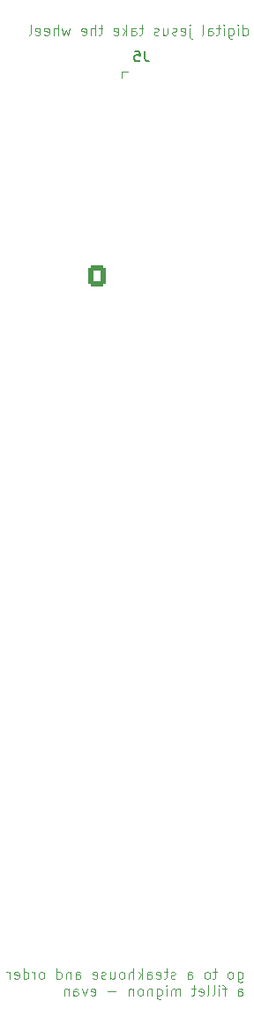
<source format=gbo>
G04 #@! TF.GenerationSoftware,KiCad,Pcbnew,9.0.0*
G04 #@! TF.CreationDate,2025-03-18T22:32:34-07:00*
G04 #@! TF.ProjectId,steering wheel v4,73746565-7269-46e6-9720-776865656c20,B*
G04 #@! TF.SameCoordinates,Original*
G04 #@! TF.FileFunction,Legend,Bot*
G04 #@! TF.FilePolarity,Positive*
%FSLAX46Y46*%
G04 Gerber Fmt 4.6, Leading zero omitted, Abs format (unit mm)*
G04 Created by KiCad (PCBNEW 9.0.0) date 2025-03-18 22:32:34*
%MOMM*%
%LPD*%
G01*
G04 APERTURE LIST*
G04 Aperture macros list*
%AMRoundRect*
0 Rectangle with rounded corners*
0 $1 Rounding radius*
0 $2 $3 $4 $5 $6 $7 $8 $9 X,Y pos of 4 corners*
0 Add a 4 corners polygon primitive as box body*
4,1,4,$2,$3,$4,$5,$6,$7,$8,$9,$2,$3,0*
0 Add four circle primitives for the rounded corners*
1,1,$1+$1,$2,$3*
1,1,$1+$1,$4,$5*
1,1,$1+$1,$6,$7*
1,1,$1+$1,$8,$9*
0 Add four rect primitives between the rounded corners*
20,1,$1+$1,$2,$3,$4,$5,0*
20,1,$1+$1,$4,$5,$6,$7,0*
20,1,$1+$1,$6,$7,$8,$9,0*
20,1,$1+$1,$8,$9,$2,$3,0*%
G04 Aperture macros list end*
%ADD10C,0.100000*%
%ADD11C,0.150000*%
%ADD12C,0.120000*%
%ADD13C,3.200000*%
%ADD14R,1.700000X1.700000*%
%ADD15O,1.700000X1.700000*%
%ADD16O,1.200000X1.900000*%
%ADD17C,1.450000*%
%ADD18C,1.100000*%
%ADD19R,0.800000X3.000000*%
%ADD20RoundRect,0.250000X-0.600000X-0.725000X0.600000X-0.725000X0.600000X0.725000X-0.600000X0.725000X0*%
%ADD21O,1.700000X1.950000*%
%ADD22RoundRect,0.250000X-0.750000X0.600000X-0.750000X-0.600000X0.750000X-0.600000X0.750000X0.600000X0*%
%ADD23O,2.000000X1.700000*%
%ADD24C,0.990600*%
%ADD25RoundRect,0.250000X0.750000X-0.600000X0.750000X0.600000X-0.750000X0.600000X-0.750000X-0.600000X0*%
%ADD26C,0.787400*%
G04 APERTURE END LIST*
D10*
X160767544Y-33872419D02*
X160767544Y-32872419D01*
X160767544Y-33824800D02*
X160862782Y-33872419D01*
X160862782Y-33872419D02*
X161053258Y-33872419D01*
X161053258Y-33872419D02*
X161148496Y-33824800D01*
X161148496Y-33824800D02*
X161196115Y-33777180D01*
X161196115Y-33777180D02*
X161243734Y-33681942D01*
X161243734Y-33681942D02*
X161243734Y-33396228D01*
X161243734Y-33396228D02*
X161196115Y-33300990D01*
X161196115Y-33300990D02*
X161148496Y-33253371D01*
X161148496Y-33253371D02*
X161053258Y-33205752D01*
X161053258Y-33205752D02*
X160862782Y-33205752D01*
X160862782Y-33205752D02*
X160767544Y-33253371D01*
X160291353Y-33872419D02*
X160291353Y-33205752D01*
X160291353Y-32872419D02*
X160338972Y-32920038D01*
X160338972Y-32920038D02*
X160291353Y-32967657D01*
X160291353Y-32967657D02*
X160243734Y-32920038D01*
X160243734Y-32920038D02*
X160291353Y-32872419D01*
X160291353Y-32872419D02*
X160291353Y-32967657D01*
X159386592Y-33205752D02*
X159386592Y-34015276D01*
X159386592Y-34015276D02*
X159434211Y-34110514D01*
X159434211Y-34110514D02*
X159481830Y-34158133D01*
X159481830Y-34158133D02*
X159577068Y-34205752D01*
X159577068Y-34205752D02*
X159719925Y-34205752D01*
X159719925Y-34205752D02*
X159815163Y-34158133D01*
X159386592Y-33824800D02*
X159481830Y-33872419D01*
X159481830Y-33872419D02*
X159672306Y-33872419D01*
X159672306Y-33872419D02*
X159767544Y-33824800D01*
X159767544Y-33824800D02*
X159815163Y-33777180D01*
X159815163Y-33777180D02*
X159862782Y-33681942D01*
X159862782Y-33681942D02*
X159862782Y-33396228D01*
X159862782Y-33396228D02*
X159815163Y-33300990D01*
X159815163Y-33300990D02*
X159767544Y-33253371D01*
X159767544Y-33253371D02*
X159672306Y-33205752D01*
X159672306Y-33205752D02*
X159481830Y-33205752D01*
X159481830Y-33205752D02*
X159386592Y-33253371D01*
X158910401Y-33872419D02*
X158910401Y-33205752D01*
X158910401Y-32872419D02*
X158958020Y-32920038D01*
X158958020Y-32920038D02*
X158910401Y-32967657D01*
X158910401Y-32967657D02*
X158862782Y-32920038D01*
X158862782Y-32920038D02*
X158910401Y-32872419D01*
X158910401Y-32872419D02*
X158910401Y-32967657D01*
X158577068Y-33205752D02*
X158196116Y-33205752D01*
X158434211Y-32872419D02*
X158434211Y-33729561D01*
X158434211Y-33729561D02*
X158386592Y-33824800D01*
X158386592Y-33824800D02*
X158291354Y-33872419D01*
X158291354Y-33872419D02*
X158196116Y-33872419D01*
X157434211Y-33872419D02*
X157434211Y-33348609D01*
X157434211Y-33348609D02*
X157481830Y-33253371D01*
X157481830Y-33253371D02*
X157577068Y-33205752D01*
X157577068Y-33205752D02*
X157767544Y-33205752D01*
X157767544Y-33205752D02*
X157862782Y-33253371D01*
X157434211Y-33824800D02*
X157529449Y-33872419D01*
X157529449Y-33872419D02*
X157767544Y-33872419D01*
X157767544Y-33872419D02*
X157862782Y-33824800D01*
X157862782Y-33824800D02*
X157910401Y-33729561D01*
X157910401Y-33729561D02*
X157910401Y-33634323D01*
X157910401Y-33634323D02*
X157862782Y-33539085D01*
X157862782Y-33539085D02*
X157767544Y-33491466D01*
X157767544Y-33491466D02*
X157529449Y-33491466D01*
X157529449Y-33491466D02*
X157434211Y-33443847D01*
X156815163Y-33872419D02*
X156910401Y-33824800D01*
X156910401Y-33824800D02*
X156958020Y-33729561D01*
X156958020Y-33729561D02*
X156958020Y-32872419D01*
X155672305Y-33205752D02*
X155672305Y-34062895D01*
X155672305Y-34062895D02*
X155719924Y-34158133D01*
X155719924Y-34158133D02*
X155815162Y-34205752D01*
X155815162Y-34205752D02*
X155862781Y-34205752D01*
X155672305Y-32872419D02*
X155719924Y-32920038D01*
X155719924Y-32920038D02*
X155672305Y-32967657D01*
X155672305Y-32967657D02*
X155624686Y-32920038D01*
X155624686Y-32920038D02*
X155672305Y-32872419D01*
X155672305Y-32872419D02*
X155672305Y-32967657D01*
X154815163Y-33824800D02*
X154910401Y-33872419D01*
X154910401Y-33872419D02*
X155100877Y-33872419D01*
X155100877Y-33872419D02*
X155196115Y-33824800D01*
X155196115Y-33824800D02*
X155243734Y-33729561D01*
X155243734Y-33729561D02*
X155243734Y-33348609D01*
X155243734Y-33348609D02*
X155196115Y-33253371D01*
X155196115Y-33253371D02*
X155100877Y-33205752D01*
X155100877Y-33205752D02*
X154910401Y-33205752D01*
X154910401Y-33205752D02*
X154815163Y-33253371D01*
X154815163Y-33253371D02*
X154767544Y-33348609D01*
X154767544Y-33348609D02*
X154767544Y-33443847D01*
X154767544Y-33443847D02*
X155243734Y-33539085D01*
X154386591Y-33824800D02*
X154291353Y-33872419D01*
X154291353Y-33872419D02*
X154100877Y-33872419D01*
X154100877Y-33872419D02*
X154005639Y-33824800D01*
X154005639Y-33824800D02*
X153958020Y-33729561D01*
X153958020Y-33729561D02*
X153958020Y-33681942D01*
X153958020Y-33681942D02*
X154005639Y-33586704D01*
X154005639Y-33586704D02*
X154100877Y-33539085D01*
X154100877Y-33539085D02*
X154243734Y-33539085D01*
X154243734Y-33539085D02*
X154338972Y-33491466D01*
X154338972Y-33491466D02*
X154386591Y-33396228D01*
X154386591Y-33396228D02*
X154386591Y-33348609D01*
X154386591Y-33348609D02*
X154338972Y-33253371D01*
X154338972Y-33253371D02*
X154243734Y-33205752D01*
X154243734Y-33205752D02*
X154100877Y-33205752D01*
X154100877Y-33205752D02*
X154005639Y-33253371D01*
X153100877Y-33205752D02*
X153100877Y-33872419D01*
X153529448Y-33205752D02*
X153529448Y-33729561D01*
X153529448Y-33729561D02*
X153481829Y-33824800D01*
X153481829Y-33824800D02*
X153386591Y-33872419D01*
X153386591Y-33872419D02*
X153243734Y-33872419D01*
X153243734Y-33872419D02*
X153148496Y-33824800D01*
X153148496Y-33824800D02*
X153100877Y-33777180D01*
X152672305Y-33824800D02*
X152577067Y-33872419D01*
X152577067Y-33872419D02*
X152386591Y-33872419D01*
X152386591Y-33872419D02*
X152291353Y-33824800D01*
X152291353Y-33824800D02*
X152243734Y-33729561D01*
X152243734Y-33729561D02*
X152243734Y-33681942D01*
X152243734Y-33681942D02*
X152291353Y-33586704D01*
X152291353Y-33586704D02*
X152386591Y-33539085D01*
X152386591Y-33539085D02*
X152529448Y-33539085D01*
X152529448Y-33539085D02*
X152624686Y-33491466D01*
X152624686Y-33491466D02*
X152672305Y-33396228D01*
X152672305Y-33396228D02*
X152672305Y-33348609D01*
X152672305Y-33348609D02*
X152624686Y-33253371D01*
X152624686Y-33253371D02*
X152529448Y-33205752D01*
X152529448Y-33205752D02*
X152386591Y-33205752D01*
X152386591Y-33205752D02*
X152291353Y-33253371D01*
X151196114Y-33205752D02*
X150815162Y-33205752D01*
X151053257Y-32872419D02*
X151053257Y-33729561D01*
X151053257Y-33729561D02*
X151005638Y-33824800D01*
X151005638Y-33824800D02*
X150910400Y-33872419D01*
X150910400Y-33872419D02*
X150815162Y-33872419D01*
X150053257Y-33872419D02*
X150053257Y-33348609D01*
X150053257Y-33348609D02*
X150100876Y-33253371D01*
X150100876Y-33253371D02*
X150196114Y-33205752D01*
X150196114Y-33205752D02*
X150386590Y-33205752D01*
X150386590Y-33205752D02*
X150481828Y-33253371D01*
X150053257Y-33824800D02*
X150148495Y-33872419D01*
X150148495Y-33872419D02*
X150386590Y-33872419D01*
X150386590Y-33872419D02*
X150481828Y-33824800D01*
X150481828Y-33824800D02*
X150529447Y-33729561D01*
X150529447Y-33729561D02*
X150529447Y-33634323D01*
X150529447Y-33634323D02*
X150481828Y-33539085D01*
X150481828Y-33539085D02*
X150386590Y-33491466D01*
X150386590Y-33491466D02*
X150148495Y-33491466D01*
X150148495Y-33491466D02*
X150053257Y-33443847D01*
X149577066Y-33872419D02*
X149577066Y-32872419D01*
X149481828Y-33491466D02*
X149196114Y-33872419D01*
X149196114Y-33205752D02*
X149577066Y-33586704D01*
X148386590Y-33824800D02*
X148481828Y-33872419D01*
X148481828Y-33872419D02*
X148672304Y-33872419D01*
X148672304Y-33872419D02*
X148767542Y-33824800D01*
X148767542Y-33824800D02*
X148815161Y-33729561D01*
X148815161Y-33729561D02*
X148815161Y-33348609D01*
X148815161Y-33348609D02*
X148767542Y-33253371D01*
X148767542Y-33253371D02*
X148672304Y-33205752D01*
X148672304Y-33205752D02*
X148481828Y-33205752D01*
X148481828Y-33205752D02*
X148386590Y-33253371D01*
X148386590Y-33253371D02*
X148338971Y-33348609D01*
X148338971Y-33348609D02*
X148338971Y-33443847D01*
X148338971Y-33443847D02*
X148815161Y-33539085D01*
X147291351Y-33205752D02*
X146910399Y-33205752D01*
X147148494Y-32872419D02*
X147148494Y-33729561D01*
X147148494Y-33729561D02*
X147100875Y-33824800D01*
X147100875Y-33824800D02*
X147005637Y-33872419D01*
X147005637Y-33872419D02*
X146910399Y-33872419D01*
X146577065Y-33872419D02*
X146577065Y-32872419D01*
X146148494Y-33872419D02*
X146148494Y-33348609D01*
X146148494Y-33348609D02*
X146196113Y-33253371D01*
X146196113Y-33253371D02*
X146291351Y-33205752D01*
X146291351Y-33205752D02*
X146434208Y-33205752D01*
X146434208Y-33205752D02*
X146529446Y-33253371D01*
X146529446Y-33253371D02*
X146577065Y-33300990D01*
X145291351Y-33824800D02*
X145386589Y-33872419D01*
X145386589Y-33872419D02*
X145577065Y-33872419D01*
X145577065Y-33872419D02*
X145672303Y-33824800D01*
X145672303Y-33824800D02*
X145719922Y-33729561D01*
X145719922Y-33729561D02*
X145719922Y-33348609D01*
X145719922Y-33348609D02*
X145672303Y-33253371D01*
X145672303Y-33253371D02*
X145577065Y-33205752D01*
X145577065Y-33205752D02*
X145386589Y-33205752D01*
X145386589Y-33205752D02*
X145291351Y-33253371D01*
X145291351Y-33253371D02*
X145243732Y-33348609D01*
X145243732Y-33348609D02*
X145243732Y-33443847D01*
X145243732Y-33443847D02*
X145719922Y-33539085D01*
X144148493Y-33205752D02*
X143958017Y-33872419D01*
X143958017Y-33872419D02*
X143767541Y-33396228D01*
X143767541Y-33396228D02*
X143577065Y-33872419D01*
X143577065Y-33872419D02*
X143386589Y-33205752D01*
X143005636Y-33872419D02*
X143005636Y-32872419D01*
X142577065Y-33872419D02*
X142577065Y-33348609D01*
X142577065Y-33348609D02*
X142624684Y-33253371D01*
X142624684Y-33253371D02*
X142719922Y-33205752D01*
X142719922Y-33205752D02*
X142862779Y-33205752D01*
X142862779Y-33205752D02*
X142958017Y-33253371D01*
X142958017Y-33253371D02*
X143005636Y-33300990D01*
X141719922Y-33824800D02*
X141815160Y-33872419D01*
X141815160Y-33872419D02*
X142005636Y-33872419D01*
X142005636Y-33872419D02*
X142100874Y-33824800D01*
X142100874Y-33824800D02*
X142148493Y-33729561D01*
X142148493Y-33729561D02*
X142148493Y-33348609D01*
X142148493Y-33348609D02*
X142100874Y-33253371D01*
X142100874Y-33253371D02*
X142005636Y-33205752D01*
X142005636Y-33205752D02*
X141815160Y-33205752D01*
X141815160Y-33205752D02*
X141719922Y-33253371D01*
X141719922Y-33253371D02*
X141672303Y-33348609D01*
X141672303Y-33348609D02*
X141672303Y-33443847D01*
X141672303Y-33443847D02*
X142148493Y-33539085D01*
X140862779Y-33824800D02*
X140958017Y-33872419D01*
X140958017Y-33872419D02*
X141148493Y-33872419D01*
X141148493Y-33872419D02*
X141243731Y-33824800D01*
X141243731Y-33824800D02*
X141291350Y-33729561D01*
X141291350Y-33729561D02*
X141291350Y-33348609D01*
X141291350Y-33348609D02*
X141243731Y-33253371D01*
X141243731Y-33253371D02*
X141148493Y-33205752D01*
X141148493Y-33205752D02*
X140958017Y-33205752D01*
X140958017Y-33205752D02*
X140862779Y-33253371D01*
X140862779Y-33253371D02*
X140815160Y-33348609D01*
X140815160Y-33348609D02*
X140815160Y-33443847D01*
X140815160Y-33443847D02*
X141291350Y-33539085D01*
X140243731Y-33872419D02*
X140338969Y-33824800D01*
X140338969Y-33824800D02*
X140386588Y-33729561D01*
X140386588Y-33729561D02*
X140386588Y-32872419D01*
X160267544Y-123555808D02*
X160267544Y-124365332D01*
X160267544Y-124365332D02*
X160315163Y-124460570D01*
X160315163Y-124460570D02*
X160362782Y-124508189D01*
X160362782Y-124508189D02*
X160458020Y-124555808D01*
X160458020Y-124555808D02*
X160600877Y-124555808D01*
X160600877Y-124555808D02*
X160696115Y-124508189D01*
X160267544Y-124174856D02*
X160362782Y-124222475D01*
X160362782Y-124222475D02*
X160553258Y-124222475D01*
X160553258Y-124222475D02*
X160648496Y-124174856D01*
X160648496Y-124174856D02*
X160696115Y-124127236D01*
X160696115Y-124127236D02*
X160743734Y-124031998D01*
X160743734Y-124031998D02*
X160743734Y-123746284D01*
X160743734Y-123746284D02*
X160696115Y-123651046D01*
X160696115Y-123651046D02*
X160648496Y-123603427D01*
X160648496Y-123603427D02*
X160553258Y-123555808D01*
X160553258Y-123555808D02*
X160362782Y-123555808D01*
X160362782Y-123555808D02*
X160267544Y-123603427D01*
X159648496Y-124222475D02*
X159743734Y-124174856D01*
X159743734Y-124174856D02*
X159791353Y-124127236D01*
X159791353Y-124127236D02*
X159838972Y-124031998D01*
X159838972Y-124031998D02*
X159838972Y-123746284D01*
X159838972Y-123746284D02*
X159791353Y-123651046D01*
X159791353Y-123651046D02*
X159743734Y-123603427D01*
X159743734Y-123603427D02*
X159648496Y-123555808D01*
X159648496Y-123555808D02*
X159505639Y-123555808D01*
X159505639Y-123555808D02*
X159410401Y-123603427D01*
X159410401Y-123603427D02*
X159362782Y-123651046D01*
X159362782Y-123651046D02*
X159315163Y-123746284D01*
X159315163Y-123746284D02*
X159315163Y-124031998D01*
X159315163Y-124031998D02*
X159362782Y-124127236D01*
X159362782Y-124127236D02*
X159410401Y-124174856D01*
X159410401Y-124174856D02*
X159505639Y-124222475D01*
X159505639Y-124222475D02*
X159648496Y-124222475D01*
X158267543Y-123555808D02*
X157886591Y-123555808D01*
X158124686Y-123222475D02*
X158124686Y-124079617D01*
X158124686Y-124079617D02*
X158077067Y-124174856D01*
X158077067Y-124174856D02*
X157981829Y-124222475D01*
X157981829Y-124222475D02*
X157886591Y-124222475D01*
X157410400Y-124222475D02*
X157505638Y-124174856D01*
X157505638Y-124174856D02*
X157553257Y-124127236D01*
X157553257Y-124127236D02*
X157600876Y-124031998D01*
X157600876Y-124031998D02*
X157600876Y-123746284D01*
X157600876Y-123746284D02*
X157553257Y-123651046D01*
X157553257Y-123651046D02*
X157505638Y-123603427D01*
X157505638Y-123603427D02*
X157410400Y-123555808D01*
X157410400Y-123555808D02*
X157267543Y-123555808D01*
X157267543Y-123555808D02*
X157172305Y-123603427D01*
X157172305Y-123603427D02*
X157124686Y-123651046D01*
X157124686Y-123651046D02*
X157077067Y-123746284D01*
X157077067Y-123746284D02*
X157077067Y-124031998D01*
X157077067Y-124031998D02*
X157124686Y-124127236D01*
X157124686Y-124127236D02*
X157172305Y-124174856D01*
X157172305Y-124174856D02*
X157267543Y-124222475D01*
X157267543Y-124222475D02*
X157410400Y-124222475D01*
X155458019Y-124222475D02*
X155458019Y-123698665D01*
X155458019Y-123698665D02*
X155505638Y-123603427D01*
X155505638Y-123603427D02*
X155600876Y-123555808D01*
X155600876Y-123555808D02*
X155791352Y-123555808D01*
X155791352Y-123555808D02*
X155886590Y-123603427D01*
X155458019Y-124174856D02*
X155553257Y-124222475D01*
X155553257Y-124222475D02*
X155791352Y-124222475D01*
X155791352Y-124222475D02*
X155886590Y-124174856D01*
X155886590Y-124174856D02*
X155934209Y-124079617D01*
X155934209Y-124079617D02*
X155934209Y-123984379D01*
X155934209Y-123984379D02*
X155886590Y-123889141D01*
X155886590Y-123889141D02*
X155791352Y-123841522D01*
X155791352Y-123841522D02*
X155553257Y-123841522D01*
X155553257Y-123841522D02*
X155458019Y-123793903D01*
X154267542Y-124174856D02*
X154172304Y-124222475D01*
X154172304Y-124222475D02*
X153981828Y-124222475D01*
X153981828Y-124222475D02*
X153886590Y-124174856D01*
X153886590Y-124174856D02*
X153838971Y-124079617D01*
X153838971Y-124079617D02*
X153838971Y-124031998D01*
X153838971Y-124031998D02*
X153886590Y-123936760D01*
X153886590Y-123936760D02*
X153981828Y-123889141D01*
X153981828Y-123889141D02*
X154124685Y-123889141D01*
X154124685Y-123889141D02*
X154219923Y-123841522D01*
X154219923Y-123841522D02*
X154267542Y-123746284D01*
X154267542Y-123746284D02*
X154267542Y-123698665D01*
X154267542Y-123698665D02*
X154219923Y-123603427D01*
X154219923Y-123603427D02*
X154124685Y-123555808D01*
X154124685Y-123555808D02*
X153981828Y-123555808D01*
X153981828Y-123555808D02*
X153886590Y-123603427D01*
X153553256Y-123555808D02*
X153172304Y-123555808D01*
X153410399Y-123222475D02*
X153410399Y-124079617D01*
X153410399Y-124079617D02*
X153362780Y-124174856D01*
X153362780Y-124174856D02*
X153267542Y-124222475D01*
X153267542Y-124222475D02*
X153172304Y-124222475D01*
X152458018Y-124174856D02*
X152553256Y-124222475D01*
X152553256Y-124222475D02*
X152743732Y-124222475D01*
X152743732Y-124222475D02*
X152838970Y-124174856D01*
X152838970Y-124174856D02*
X152886589Y-124079617D01*
X152886589Y-124079617D02*
X152886589Y-123698665D01*
X152886589Y-123698665D02*
X152838970Y-123603427D01*
X152838970Y-123603427D02*
X152743732Y-123555808D01*
X152743732Y-123555808D02*
X152553256Y-123555808D01*
X152553256Y-123555808D02*
X152458018Y-123603427D01*
X152458018Y-123603427D02*
X152410399Y-123698665D01*
X152410399Y-123698665D02*
X152410399Y-123793903D01*
X152410399Y-123793903D02*
X152886589Y-123889141D01*
X151553256Y-124222475D02*
X151553256Y-123698665D01*
X151553256Y-123698665D02*
X151600875Y-123603427D01*
X151600875Y-123603427D02*
X151696113Y-123555808D01*
X151696113Y-123555808D02*
X151886589Y-123555808D01*
X151886589Y-123555808D02*
X151981827Y-123603427D01*
X151553256Y-124174856D02*
X151648494Y-124222475D01*
X151648494Y-124222475D02*
X151886589Y-124222475D01*
X151886589Y-124222475D02*
X151981827Y-124174856D01*
X151981827Y-124174856D02*
X152029446Y-124079617D01*
X152029446Y-124079617D02*
X152029446Y-123984379D01*
X152029446Y-123984379D02*
X151981827Y-123889141D01*
X151981827Y-123889141D02*
X151886589Y-123841522D01*
X151886589Y-123841522D02*
X151648494Y-123841522D01*
X151648494Y-123841522D02*
X151553256Y-123793903D01*
X151077065Y-124222475D02*
X151077065Y-123222475D01*
X150981827Y-123841522D02*
X150696113Y-124222475D01*
X150696113Y-123555808D02*
X151077065Y-123936760D01*
X150267541Y-124222475D02*
X150267541Y-123222475D01*
X149838970Y-124222475D02*
X149838970Y-123698665D01*
X149838970Y-123698665D02*
X149886589Y-123603427D01*
X149886589Y-123603427D02*
X149981827Y-123555808D01*
X149981827Y-123555808D02*
X150124684Y-123555808D01*
X150124684Y-123555808D02*
X150219922Y-123603427D01*
X150219922Y-123603427D02*
X150267541Y-123651046D01*
X149219922Y-124222475D02*
X149315160Y-124174856D01*
X149315160Y-124174856D02*
X149362779Y-124127236D01*
X149362779Y-124127236D02*
X149410398Y-124031998D01*
X149410398Y-124031998D02*
X149410398Y-123746284D01*
X149410398Y-123746284D02*
X149362779Y-123651046D01*
X149362779Y-123651046D02*
X149315160Y-123603427D01*
X149315160Y-123603427D02*
X149219922Y-123555808D01*
X149219922Y-123555808D02*
X149077065Y-123555808D01*
X149077065Y-123555808D02*
X148981827Y-123603427D01*
X148981827Y-123603427D02*
X148934208Y-123651046D01*
X148934208Y-123651046D02*
X148886589Y-123746284D01*
X148886589Y-123746284D02*
X148886589Y-124031998D01*
X148886589Y-124031998D02*
X148934208Y-124127236D01*
X148934208Y-124127236D02*
X148981827Y-124174856D01*
X148981827Y-124174856D02*
X149077065Y-124222475D01*
X149077065Y-124222475D02*
X149219922Y-124222475D01*
X148029446Y-123555808D02*
X148029446Y-124222475D01*
X148458017Y-123555808D02*
X148458017Y-124079617D01*
X148458017Y-124079617D02*
X148410398Y-124174856D01*
X148410398Y-124174856D02*
X148315160Y-124222475D01*
X148315160Y-124222475D02*
X148172303Y-124222475D01*
X148172303Y-124222475D02*
X148077065Y-124174856D01*
X148077065Y-124174856D02*
X148029446Y-124127236D01*
X147600874Y-124174856D02*
X147505636Y-124222475D01*
X147505636Y-124222475D02*
X147315160Y-124222475D01*
X147315160Y-124222475D02*
X147219922Y-124174856D01*
X147219922Y-124174856D02*
X147172303Y-124079617D01*
X147172303Y-124079617D02*
X147172303Y-124031998D01*
X147172303Y-124031998D02*
X147219922Y-123936760D01*
X147219922Y-123936760D02*
X147315160Y-123889141D01*
X147315160Y-123889141D02*
X147458017Y-123889141D01*
X147458017Y-123889141D02*
X147553255Y-123841522D01*
X147553255Y-123841522D02*
X147600874Y-123746284D01*
X147600874Y-123746284D02*
X147600874Y-123698665D01*
X147600874Y-123698665D02*
X147553255Y-123603427D01*
X147553255Y-123603427D02*
X147458017Y-123555808D01*
X147458017Y-123555808D02*
X147315160Y-123555808D01*
X147315160Y-123555808D02*
X147219922Y-123603427D01*
X146362779Y-124174856D02*
X146458017Y-124222475D01*
X146458017Y-124222475D02*
X146648493Y-124222475D01*
X146648493Y-124222475D02*
X146743731Y-124174856D01*
X146743731Y-124174856D02*
X146791350Y-124079617D01*
X146791350Y-124079617D02*
X146791350Y-123698665D01*
X146791350Y-123698665D02*
X146743731Y-123603427D01*
X146743731Y-123603427D02*
X146648493Y-123555808D01*
X146648493Y-123555808D02*
X146458017Y-123555808D01*
X146458017Y-123555808D02*
X146362779Y-123603427D01*
X146362779Y-123603427D02*
X146315160Y-123698665D01*
X146315160Y-123698665D02*
X146315160Y-123793903D01*
X146315160Y-123793903D02*
X146791350Y-123889141D01*
X144696112Y-124222475D02*
X144696112Y-123698665D01*
X144696112Y-123698665D02*
X144743731Y-123603427D01*
X144743731Y-123603427D02*
X144838969Y-123555808D01*
X144838969Y-123555808D02*
X145029445Y-123555808D01*
X145029445Y-123555808D02*
X145124683Y-123603427D01*
X144696112Y-124174856D02*
X144791350Y-124222475D01*
X144791350Y-124222475D02*
X145029445Y-124222475D01*
X145029445Y-124222475D02*
X145124683Y-124174856D01*
X145124683Y-124174856D02*
X145172302Y-124079617D01*
X145172302Y-124079617D02*
X145172302Y-123984379D01*
X145172302Y-123984379D02*
X145124683Y-123889141D01*
X145124683Y-123889141D02*
X145029445Y-123841522D01*
X145029445Y-123841522D02*
X144791350Y-123841522D01*
X144791350Y-123841522D02*
X144696112Y-123793903D01*
X144219921Y-123555808D02*
X144219921Y-124222475D01*
X144219921Y-123651046D02*
X144172302Y-123603427D01*
X144172302Y-123603427D02*
X144077064Y-123555808D01*
X144077064Y-123555808D02*
X143934207Y-123555808D01*
X143934207Y-123555808D02*
X143838969Y-123603427D01*
X143838969Y-123603427D02*
X143791350Y-123698665D01*
X143791350Y-123698665D02*
X143791350Y-124222475D01*
X142886588Y-124222475D02*
X142886588Y-123222475D01*
X142886588Y-124174856D02*
X142981826Y-124222475D01*
X142981826Y-124222475D02*
X143172302Y-124222475D01*
X143172302Y-124222475D02*
X143267540Y-124174856D01*
X143267540Y-124174856D02*
X143315159Y-124127236D01*
X143315159Y-124127236D02*
X143362778Y-124031998D01*
X143362778Y-124031998D02*
X143362778Y-123746284D01*
X143362778Y-123746284D02*
X143315159Y-123651046D01*
X143315159Y-123651046D02*
X143267540Y-123603427D01*
X143267540Y-123603427D02*
X143172302Y-123555808D01*
X143172302Y-123555808D02*
X142981826Y-123555808D01*
X142981826Y-123555808D02*
X142886588Y-123603427D01*
X141505635Y-124222475D02*
X141600873Y-124174856D01*
X141600873Y-124174856D02*
X141648492Y-124127236D01*
X141648492Y-124127236D02*
X141696111Y-124031998D01*
X141696111Y-124031998D02*
X141696111Y-123746284D01*
X141696111Y-123746284D02*
X141648492Y-123651046D01*
X141648492Y-123651046D02*
X141600873Y-123603427D01*
X141600873Y-123603427D02*
X141505635Y-123555808D01*
X141505635Y-123555808D02*
X141362778Y-123555808D01*
X141362778Y-123555808D02*
X141267540Y-123603427D01*
X141267540Y-123603427D02*
X141219921Y-123651046D01*
X141219921Y-123651046D02*
X141172302Y-123746284D01*
X141172302Y-123746284D02*
X141172302Y-124031998D01*
X141172302Y-124031998D02*
X141219921Y-124127236D01*
X141219921Y-124127236D02*
X141267540Y-124174856D01*
X141267540Y-124174856D02*
X141362778Y-124222475D01*
X141362778Y-124222475D02*
X141505635Y-124222475D01*
X140743730Y-124222475D02*
X140743730Y-123555808D01*
X140743730Y-123746284D02*
X140696111Y-123651046D01*
X140696111Y-123651046D02*
X140648492Y-123603427D01*
X140648492Y-123603427D02*
X140553254Y-123555808D01*
X140553254Y-123555808D02*
X140458016Y-123555808D01*
X139696111Y-124222475D02*
X139696111Y-123222475D01*
X139696111Y-124174856D02*
X139791349Y-124222475D01*
X139791349Y-124222475D02*
X139981825Y-124222475D01*
X139981825Y-124222475D02*
X140077063Y-124174856D01*
X140077063Y-124174856D02*
X140124682Y-124127236D01*
X140124682Y-124127236D02*
X140172301Y-124031998D01*
X140172301Y-124031998D02*
X140172301Y-123746284D01*
X140172301Y-123746284D02*
X140124682Y-123651046D01*
X140124682Y-123651046D02*
X140077063Y-123603427D01*
X140077063Y-123603427D02*
X139981825Y-123555808D01*
X139981825Y-123555808D02*
X139791349Y-123555808D01*
X139791349Y-123555808D02*
X139696111Y-123603427D01*
X138838968Y-124174856D02*
X138934206Y-124222475D01*
X138934206Y-124222475D02*
X139124682Y-124222475D01*
X139124682Y-124222475D02*
X139219920Y-124174856D01*
X139219920Y-124174856D02*
X139267539Y-124079617D01*
X139267539Y-124079617D02*
X139267539Y-123698665D01*
X139267539Y-123698665D02*
X139219920Y-123603427D01*
X139219920Y-123603427D02*
X139124682Y-123555808D01*
X139124682Y-123555808D02*
X138934206Y-123555808D01*
X138934206Y-123555808D02*
X138838968Y-123603427D01*
X138838968Y-123603427D02*
X138791349Y-123698665D01*
X138791349Y-123698665D02*
X138791349Y-123793903D01*
X138791349Y-123793903D02*
X139267539Y-123889141D01*
X138362777Y-124222475D02*
X138362777Y-123555808D01*
X138362777Y-123746284D02*
X138315158Y-123651046D01*
X138315158Y-123651046D02*
X138267539Y-123603427D01*
X138267539Y-123603427D02*
X138172301Y-123555808D01*
X138172301Y-123555808D02*
X138077063Y-123555808D01*
X160267544Y-125832419D02*
X160267544Y-125308609D01*
X160267544Y-125308609D02*
X160315163Y-125213371D01*
X160315163Y-125213371D02*
X160410401Y-125165752D01*
X160410401Y-125165752D02*
X160600877Y-125165752D01*
X160600877Y-125165752D02*
X160696115Y-125213371D01*
X160267544Y-125784800D02*
X160362782Y-125832419D01*
X160362782Y-125832419D02*
X160600877Y-125832419D01*
X160600877Y-125832419D02*
X160696115Y-125784800D01*
X160696115Y-125784800D02*
X160743734Y-125689561D01*
X160743734Y-125689561D02*
X160743734Y-125594323D01*
X160743734Y-125594323D02*
X160696115Y-125499085D01*
X160696115Y-125499085D02*
X160600877Y-125451466D01*
X160600877Y-125451466D02*
X160362782Y-125451466D01*
X160362782Y-125451466D02*
X160267544Y-125403847D01*
X159172305Y-125165752D02*
X158791353Y-125165752D01*
X159029448Y-125832419D02*
X159029448Y-124975276D01*
X159029448Y-124975276D02*
X158981829Y-124880038D01*
X158981829Y-124880038D02*
X158886591Y-124832419D01*
X158886591Y-124832419D02*
X158791353Y-124832419D01*
X158458019Y-125832419D02*
X158458019Y-125165752D01*
X158458019Y-124832419D02*
X158505638Y-124880038D01*
X158505638Y-124880038D02*
X158458019Y-124927657D01*
X158458019Y-124927657D02*
X158410400Y-124880038D01*
X158410400Y-124880038D02*
X158458019Y-124832419D01*
X158458019Y-124832419D02*
X158458019Y-124927657D01*
X157838972Y-125832419D02*
X157934210Y-125784800D01*
X157934210Y-125784800D02*
X157981829Y-125689561D01*
X157981829Y-125689561D02*
X157981829Y-124832419D01*
X157315162Y-125832419D02*
X157410400Y-125784800D01*
X157410400Y-125784800D02*
X157458019Y-125689561D01*
X157458019Y-125689561D02*
X157458019Y-124832419D01*
X156553257Y-125784800D02*
X156648495Y-125832419D01*
X156648495Y-125832419D02*
X156838971Y-125832419D01*
X156838971Y-125832419D02*
X156934209Y-125784800D01*
X156934209Y-125784800D02*
X156981828Y-125689561D01*
X156981828Y-125689561D02*
X156981828Y-125308609D01*
X156981828Y-125308609D02*
X156934209Y-125213371D01*
X156934209Y-125213371D02*
X156838971Y-125165752D01*
X156838971Y-125165752D02*
X156648495Y-125165752D01*
X156648495Y-125165752D02*
X156553257Y-125213371D01*
X156553257Y-125213371D02*
X156505638Y-125308609D01*
X156505638Y-125308609D02*
X156505638Y-125403847D01*
X156505638Y-125403847D02*
X156981828Y-125499085D01*
X156219923Y-125165752D02*
X155838971Y-125165752D01*
X156077066Y-124832419D02*
X156077066Y-125689561D01*
X156077066Y-125689561D02*
X156029447Y-125784800D01*
X156029447Y-125784800D02*
X155934209Y-125832419D01*
X155934209Y-125832419D02*
X155838971Y-125832419D01*
X154743732Y-125832419D02*
X154743732Y-125165752D01*
X154743732Y-125260990D02*
X154696113Y-125213371D01*
X154696113Y-125213371D02*
X154600875Y-125165752D01*
X154600875Y-125165752D02*
X154458018Y-125165752D01*
X154458018Y-125165752D02*
X154362780Y-125213371D01*
X154362780Y-125213371D02*
X154315161Y-125308609D01*
X154315161Y-125308609D02*
X154315161Y-125832419D01*
X154315161Y-125308609D02*
X154267542Y-125213371D01*
X154267542Y-125213371D02*
X154172304Y-125165752D01*
X154172304Y-125165752D02*
X154029447Y-125165752D01*
X154029447Y-125165752D02*
X153934208Y-125213371D01*
X153934208Y-125213371D02*
X153886589Y-125308609D01*
X153886589Y-125308609D02*
X153886589Y-125832419D01*
X153410399Y-125832419D02*
X153410399Y-125165752D01*
X153410399Y-124832419D02*
X153458018Y-124880038D01*
X153458018Y-124880038D02*
X153410399Y-124927657D01*
X153410399Y-124927657D02*
X153362780Y-124880038D01*
X153362780Y-124880038D02*
X153410399Y-124832419D01*
X153410399Y-124832419D02*
X153410399Y-124927657D01*
X152505638Y-125165752D02*
X152505638Y-125975276D01*
X152505638Y-125975276D02*
X152553257Y-126070514D01*
X152553257Y-126070514D02*
X152600876Y-126118133D01*
X152600876Y-126118133D02*
X152696114Y-126165752D01*
X152696114Y-126165752D02*
X152838971Y-126165752D01*
X152838971Y-126165752D02*
X152934209Y-126118133D01*
X152505638Y-125784800D02*
X152600876Y-125832419D01*
X152600876Y-125832419D02*
X152791352Y-125832419D01*
X152791352Y-125832419D02*
X152886590Y-125784800D01*
X152886590Y-125784800D02*
X152934209Y-125737180D01*
X152934209Y-125737180D02*
X152981828Y-125641942D01*
X152981828Y-125641942D02*
X152981828Y-125356228D01*
X152981828Y-125356228D02*
X152934209Y-125260990D01*
X152934209Y-125260990D02*
X152886590Y-125213371D01*
X152886590Y-125213371D02*
X152791352Y-125165752D01*
X152791352Y-125165752D02*
X152600876Y-125165752D01*
X152600876Y-125165752D02*
X152505638Y-125213371D01*
X152029447Y-125165752D02*
X152029447Y-125832419D01*
X152029447Y-125260990D02*
X151981828Y-125213371D01*
X151981828Y-125213371D02*
X151886590Y-125165752D01*
X151886590Y-125165752D02*
X151743733Y-125165752D01*
X151743733Y-125165752D02*
X151648495Y-125213371D01*
X151648495Y-125213371D02*
X151600876Y-125308609D01*
X151600876Y-125308609D02*
X151600876Y-125832419D01*
X150981828Y-125832419D02*
X151077066Y-125784800D01*
X151077066Y-125784800D02*
X151124685Y-125737180D01*
X151124685Y-125737180D02*
X151172304Y-125641942D01*
X151172304Y-125641942D02*
X151172304Y-125356228D01*
X151172304Y-125356228D02*
X151124685Y-125260990D01*
X151124685Y-125260990D02*
X151077066Y-125213371D01*
X151077066Y-125213371D02*
X150981828Y-125165752D01*
X150981828Y-125165752D02*
X150838971Y-125165752D01*
X150838971Y-125165752D02*
X150743733Y-125213371D01*
X150743733Y-125213371D02*
X150696114Y-125260990D01*
X150696114Y-125260990D02*
X150648495Y-125356228D01*
X150648495Y-125356228D02*
X150648495Y-125641942D01*
X150648495Y-125641942D02*
X150696114Y-125737180D01*
X150696114Y-125737180D02*
X150743733Y-125784800D01*
X150743733Y-125784800D02*
X150838971Y-125832419D01*
X150838971Y-125832419D02*
X150981828Y-125832419D01*
X150219923Y-125165752D02*
X150219923Y-125832419D01*
X150219923Y-125260990D02*
X150172304Y-125213371D01*
X150172304Y-125213371D02*
X150077066Y-125165752D01*
X150077066Y-125165752D02*
X149934209Y-125165752D01*
X149934209Y-125165752D02*
X149838971Y-125213371D01*
X149838971Y-125213371D02*
X149791352Y-125308609D01*
X149791352Y-125308609D02*
X149791352Y-125832419D01*
X148553256Y-125451466D02*
X147791352Y-125451466D01*
X146172304Y-125784800D02*
X146267542Y-125832419D01*
X146267542Y-125832419D02*
X146458018Y-125832419D01*
X146458018Y-125832419D02*
X146553256Y-125784800D01*
X146553256Y-125784800D02*
X146600875Y-125689561D01*
X146600875Y-125689561D02*
X146600875Y-125308609D01*
X146600875Y-125308609D02*
X146553256Y-125213371D01*
X146553256Y-125213371D02*
X146458018Y-125165752D01*
X146458018Y-125165752D02*
X146267542Y-125165752D01*
X146267542Y-125165752D02*
X146172304Y-125213371D01*
X146172304Y-125213371D02*
X146124685Y-125308609D01*
X146124685Y-125308609D02*
X146124685Y-125403847D01*
X146124685Y-125403847D02*
X146600875Y-125499085D01*
X145791351Y-125165752D02*
X145553256Y-125832419D01*
X145553256Y-125832419D02*
X145315161Y-125165752D01*
X144505637Y-125832419D02*
X144505637Y-125308609D01*
X144505637Y-125308609D02*
X144553256Y-125213371D01*
X144553256Y-125213371D02*
X144648494Y-125165752D01*
X144648494Y-125165752D02*
X144838970Y-125165752D01*
X144838970Y-125165752D02*
X144934208Y-125213371D01*
X144505637Y-125784800D02*
X144600875Y-125832419D01*
X144600875Y-125832419D02*
X144838970Y-125832419D01*
X144838970Y-125832419D02*
X144934208Y-125784800D01*
X144934208Y-125784800D02*
X144981827Y-125689561D01*
X144981827Y-125689561D02*
X144981827Y-125594323D01*
X144981827Y-125594323D02*
X144934208Y-125499085D01*
X144934208Y-125499085D02*
X144838970Y-125451466D01*
X144838970Y-125451466D02*
X144600875Y-125451466D01*
X144600875Y-125451466D02*
X144505637Y-125403847D01*
X144029446Y-125165752D02*
X144029446Y-125832419D01*
X144029446Y-125260990D02*
X143981827Y-125213371D01*
X143981827Y-125213371D02*
X143886589Y-125165752D01*
X143886589Y-125165752D02*
X143743732Y-125165752D01*
X143743732Y-125165752D02*
X143648494Y-125213371D01*
X143648494Y-125213371D02*
X143600875Y-125308609D01*
X143600875Y-125308609D02*
X143600875Y-125832419D01*
D11*
X151333333Y-35389819D02*
X151333333Y-36104104D01*
X151333333Y-36104104D02*
X151380952Y-36246961D01*
X151380952Y-36246961D02*
X151476190Y-36342200D01*
X151476190Y-36342200D02*
X151619047Y-36389819D01*
X151619047Y-36389819D02*
X151714285Y-36389819D01*
X150380952Y-35389819D02*
X150857142Y-35389819D01*
X150857142Y-35389819D02*
X150904761Y-35866009D01*
X150904761Y-35866009D02*
X150857142Y-35818390D01*
X150857142Y-35818390D02*
X150761904Y-35770771D01*
X150761904Y-35770771D02*
X150523809Y-35770771D01*
X150523809Y-35770771D02*
X150428571Y-35818390D01*
X150428571Y-35818390D02*
X150380952Y-35866009D01*
X150380952Y-35866009D02*
X150333333Y-35961247D01*
X150333333Y-35961247D02*
X150333333Y-36199342D01*
X150333333Y-36199342D02*
X150380952Y-36294580D01*
X150380952Y-36294580D02*
X150428571Y-36342200D01*
X150428571Y-36342200D02*
X150523809Y-36389819D01*
X150523809Y-36389819D02*
X150761904Y-36389819D01*
X150761904Y-36389819D02*
X150857142Y-36342200D01*
X150857142Y-36342200D02*
X150904761Y-36294580D01*
D12*
X149095000Y-37365000D02*
X149095000Y-38000000D01*
X149730000Y-37365000D02*
X149095000Y-37365000D01*
%LPC*%
D13*
X179921122Y-45487913D03*
X123921122Y-127500000D03*
D14*
X197062500Y-128467058D03*
D15*
X197062500Y-125927058D03*
D13*
X221921122Y-30987913D03*
X123921122Y-45487913D03*
D16*
X174200000Y-150402500D03*
D17*
X175200000Y-147702500D03*
X180200000Y-147702500D03*
D16*
X181200000Y-150402500D03*
D14*
X153700000Y-61900000D03*
D15*
X153700000Y-64440000D03*
D18*
X192721122Y-82837913D03*
X192721122Y-84837913D03*
X192721122Y-86837913D03*
D19*
X211459122Y-32095413D03*
X206739122Y-32095413D03*
D20*
X146721122Y-56937913D03*
D21*
X149221122Y-56937913D03*
X151721122Y-56937913D03*
X154221122Y-56937913D03*
D22*
X108721122Y-34987913D03*
D23*
X108721122Y-37487913D03*
D13*
X88421122Y-147487913D03*
D24*
X160420000Y-99484000D03*
X165500000Y-98468000D03*
X165500000Y-100500000D03*
D19*
X97195627Y-32112913D03*
X92475627Y-32112913D03*
D13*
X215421122Y-147487913D03*
X179921122Y-127500000D03*
D18*
X111156122Y-86752913D03*
X111156122Y-84752913D03*
X111156122Y-82752913D03*
D13*
X81921122Y-30987913D03*
D25*
X189921122Y-37487913D03*
D23*
X189921122Y-34987913D03*
D24*
X148460000Y-38635000D03*
X153540000Y-37619000D03*
X153540000Y-39651000D03*
D26*
X149730000Y-38000000D03*
X149730000Y-39270000D03*
X151000000Y-38000000D03*
X151000000Y-39270000D03*
X152270000Y-38000000D03*
X152270000Y-39270000D03*
%LPD*%
M02*

</source>
